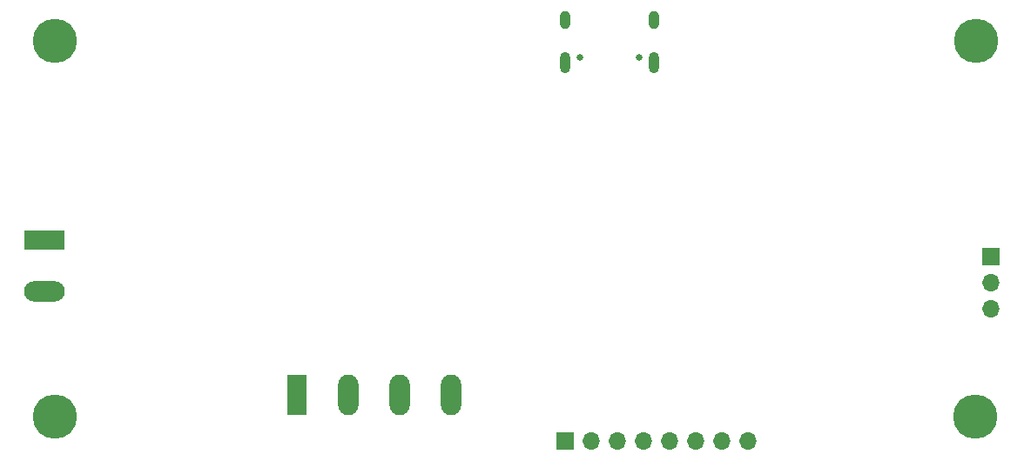
<source format=gbr>
%TF.GenerationSoftware,KiCad,Pcbnew,(6.0.7)*%
%TF.CreationDate,2022-09-04T12:35:54-05:00*%
%TF.ProjectId,Mechan-o-bell_PCB,4d656368-616e-42d6-9f2d-62656c6c5f50,rev?*%
%TF.SameCoordinates,Original*%
%TF.FileFunction,Soldermask,Bot*%
%TF.FilePolarity,Negative*%
%FSLAX46Y46*%
G04 Gerber Fmt 4.6, Leading zero omitted, Abs format (unit mm)*
G04 Created by KiCad (PCBNEW (6.0.7)) date 2022-09-04 12:35:54*
%MOMM*%
%LPD*%
G01*
G04 APERTURE LIST*
%ADD10C,4.300000*%
%ADD11O,1.700000X1.700000*%
%ADD12R,1.700000X1.700000*%
%ADD13O,3.960000X1.980000*%
%ADD14R,3.960000X1.980000*%
%ADD15O,1.980000X3.960000*%
%ADD16R,1.980000X3.960000*%
%ADD17O,1.000000X1.800000*%
%ADD18O,1.000000X2.100000*%
%ADD19C,0.650000*%
G04 APERTURE END LIST*
D10*
%TO.C,H2*%
X89000000Y-98600000D03*
%TD*%
D11*
%TO.C,J4*%
X180000000Y-88080000D03*
X180000000Y-85540000D03*
D12*
X180000000Y-83000000D03*
%TD*%
D10*
%TO.C,H3*%
X89000000Y-62000000D03*
%TD*%
D13*
%TO.C,J1*%
X88000000Y-86435000D03*
D14*
X88000000Y-81435000D03*
%TD*%
D10*
%TO.C,H4*%
X178500000Y-98600000D03*
%TD*%
D11*
%TO.C,J3*%
X156405000Y-101000000D03*
X153865000Y-101000000D03*
X151325000Y-101000000D03*
X148785000Y-101000000D03*
X146245000Y-101000000D03*
X143705000Y-101000000D03*
X141165000Y-101000000D03*
D12*
X138625000Y-101000000D03*
%TD*%
D15*
%TO.C,J2*%
X127500000Y-96500000D03*
X122500000Y-96500000D03*
X117500000Y-96500000D03*
D16*
X112500000Y-96500000D03*
%TD*%
D10*
%TO.C,H1*%
X178600000Y-62000000D03*
%TD*%
D17*
%TO.C,P1*%
X147220000Y-60000000D03*
D18*
X138580000Y-64150000D03*
D17*
X138580000Y-60000000D03*
D18*
X147220000Y-64150000D03*
D19*
X140010000Y-63650000D03*
X145790000Y-63650000D03*
%TD*%
M02*

</source>
